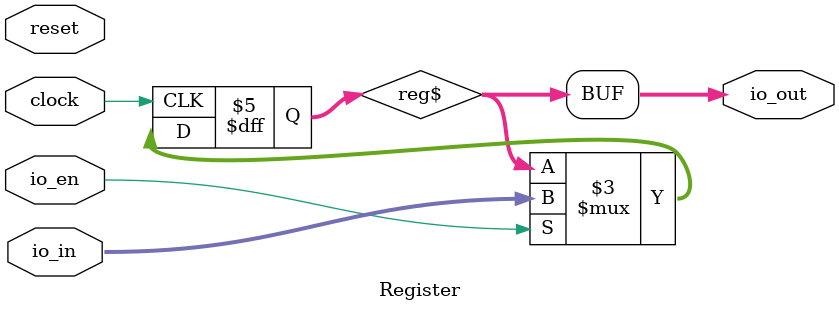
<source format=v>
module Register( // @[:@3.2]
  input        clock, // @[:@4.4]
  input        reset, // @[:@5.4]
  input  [1:0] io_in, // @[:@6.4]
  input        io_en, // @[:@6.4]
  output [1:0] io_out // @[:@6.4]
);
  reg [1:0] reg$; // @[Reg.scala 11:16:@8.4]
  reg [31:0] _RAND_0;
  assign io_out = reg$; // @[Register.scala 15:10:@12.4]
`ifdef RANDOMIZE_GARBAGE_ASSIGN
`define RANDOMIZE
`endif
`ifdef RANDOMIZE_INVALID_ASSIGN
`define RANDOMIZE
`endif
`ifdef RANDOMIZE_REG_INIT
`define RANDOMIZE
`endif
`ifdef RANDOMIZE_MEM_INIT
`define RANDOMIZE
`endif
`ifndef RANDOM
`define RANDOM $random
`endif
`ifdef RANDOMIZE
  integer initvar;
  initial begin
    `ifdef INIT_RANDOM
      `INIT_RANDOM
    `endif
    `ifndef VERILATOR
      #0.002 begin end
    `endif
  `ifdef RANDOMIZE_REG_INIT
  _RAND_0 = {1{`RANDOM}};
  reg$ = _RAND_0[1:0];
  `endif // RANDOMIZE_REG_INIT
  end
`endif // RANDOMIZE
  always @(posedge clock) begin
    if (io_en) begin
      reg$ <= io_in;
    end
  end
endmodule

</source>
